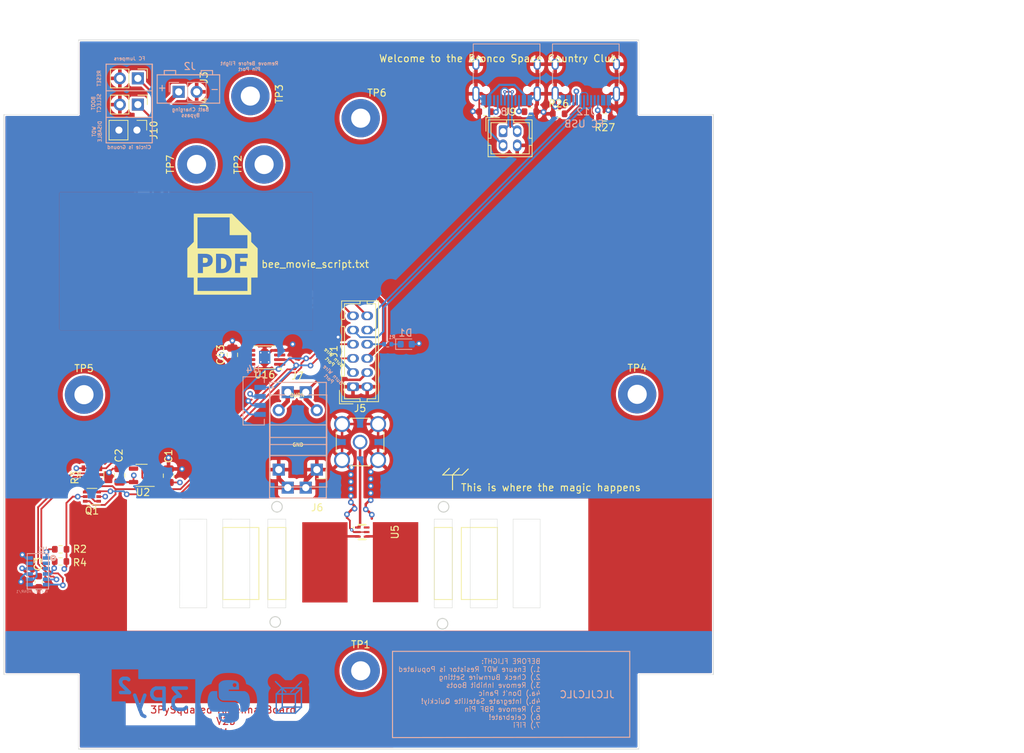
<source format=kicad_pcb>
(kicad_pcb (version 20241229) (generator "pcbnew") (generator_version "9.0")
  (layers (0 "F.Cu" signal) (4 "In1.Cu" signal) (6 "In2.Cu" signal) (2 "B.Cu" signal) (13 "F.Paste" user) (15 "B.Paste" user) (5 "F.SilkS" user "F.Silkscreen") (7 "B.SilkS" user "B.Silkscreen") (1 "F.Mask" user) (3 "B.Mask" user) (25 "Edge.Cuts" user))
  (net 0 "")
  (net 1 "GND")
  (net 2 "+3V3")
  (net 3 "Net-(J6-tape_1)")
  (net 4 "Net-(J6-tape_2)")
  (net 5 "Dir_Chrg_In")
  (net 6 "BURN")
  (net 7 "2.8V")
  (net 8 "Net-(D1-A)")
  (net 9 "/SCL_3V")
  (net 10 "/GPIO")
  (net 11 "/XSHUT_2.8V")
  (net 17 "~{FC_RESET}")
  (net 18 "Net-(J5-In)")
  (net 19 "FC_USBBOOT")
  (net 20 "USB_D-")
  (net 21 "/SDA_3V")
  (net 22 "SDA0")
  (net 23 "USB_D+")
  (net 24 "SCL0")
  (net 26 "Net-(J12-CC2)")
  (net 32 "Net-(J12-CC1)")
  (net 42 "Net-(J8-CC1)")
  (net 43 "/Payload_D-")
  (net 44 "Net-(J8-CC2)")
  (net 46 "/Payload_D+")
  (net 48 "/Payload_VBUS")
  (net 49 "WDT_DISABLE")
  (footprint "Resistor_SMD:R_0603_1608Metric" (layer "F.Cu") (at 123.5208 135.7694)
    (property "Reference" "R4")
    (property "Value" "10K")
  )
  (footprint "Antenna_board:Burn_Wire" (layer "F.Cu") (at 157.7858 105.3069)
    (property "Reference" "J7")
    (property "Value" "~")
  )
  (footprint "Connector_PinHeader_2.54mm:PinHeader_1x02_P2.54mm_Vertical" (layer "F.Cu") (at 134.4208 67.6194 -90)
    (property "Reference" "J3")
    (property "Value" "FC Reset Jumper")
  )
  (footprint "Resistor_SMD:R_0603_1608Metric" (layer "F.Cu") (at 193.7458 72.6194)
    (property "Reference" "R26")
    (property "Value" "5.1k")
  )
  (footprint "MountingHole:MountingHole_2.7mm_M2.5_Pad" (layer "F.Cu") (at 150.2758 70.1194 90)
    (property "Reference" "TP3")
    (property "Value" "TestPoint")
  )
  (footprint "Capacitor_SMD:C_0805_2012Metric" (layer "F.Cu") (at 131.8458 123.6194 90)
    (property "Reference" "C2")
    (property "Value" "10uF")
  )
  (footprint "Connector_Hirose:Hirose_DF11-12DP-2DSA_2x06_P2.00mm_Vertical" (layer "F.Cu") (at 164.7458 111.1194 90)
    (property "Reference" "J1")
    (property "Value" "DEBUG")
  )
  (footprint "Capacitor_SMD:C_0805_2012Metric" (layer "F.Cu") (at 138.7458 123.6694 90)
    (property "Reference" "C1")
    (property "Value" "10uF")
  )
  (footprint "Resistor_SMD:R_0603_1608Metric" (layer "F.Cu") (at 200.2458 73.1194 180)
    (property "Reference" "R27")
    (property "Value" "5.1k")
  )
  (footprint "Capacitor_SMD:C_0805_2012Metric" (layer "F.Cu") (at 147.7458 106.6194 90)
    (property "Reference" "C43")
    (property "Value" "1uF")
  )
  (footprint "Connector_PinHeader_2.54mm:PinHeader_1x02_P2.54mm_Vertical" (layer "F.Cu") (at 134.2858 74.9194 -90)
    (property "Reference" "J10")
    (property "Value" "WDT Disable Jumper")
  )
  (footprint "easyeda2kicad:XFMR-SMD_HHM1591D1" (layer "F.Cu") (at 166.0458 131.6194 -90)
    (property "Reference" "U5")
    (property "Value" "HHM1591D1")
  )
  (footprint "MountingHole:MountingHole_2.7mm_M2.5_Pad" (layer "F.Cu") (at 142.693713 79.756113 90)
    (property "Reference" "TP7")
    (property "Value" "TestPoint")
  )
  (footprint "Antenna_board:Tape_Measure_Antenna" (layer "F.Cu") (at 165.7858 127.0494)
    (property "Reference" "J6")
    (property "Value" "~")
    (fp_line (start -25.4804 15.2476) (end -21.6562 15.2476) (stroke (width 0.05)) (layer "Edge.Cuts"))
    (fp_line (start -25.4662 2.7476) (end -25.4804 15.2476) (stroke (width 0.05)) (layer "Edge.Cuts"))
    (fp_line (start -21.6562 2.7524) (end -25.4662 2.7476) (stroke (width 0.05)) (layer "Edge.Cuts"))
    (fp_line (start -21.6562 15.2476) (end -21.6562 2.7524) (stroke (width 0.05)) (layer "Edge.Cuts"))
    (fp_line (start -19.4062 15.25) (end -15.582 15.25) (stroke (width 0.05)) (layer "Edge.Cuts"))
    (fp_line (start -19.392 2.75) (end -19.4062 15.25) (stroke (width 0.05)) (layer "Edge.Cuts"))
    (fp_line (start -15.582 2.7548) (end -19.392 2.75) (stroke (width 0.05)) (layer "Edge.Cuts"))
    (fp_line (start -15.582 15.25) (end -15.582 2.7548) (stroke (width 0.05)) (layer "Edge.Cuts"))
    (fp_line (start -13.042 2.75) (end -10.502 2.75) (stroke (width 0.05)) (layer "Edge.Cuts"))
    (fp_line (start -13.042 15.25) (end -13.042 2.75) (stroke (width 0.05)) (layer "Edge.Cuts"))
    (fp_line (start -10.502 2.75) (end -10.502 15.25) (stroke (width 0.05)) (layer "Edge.Cuts"))
    (fp_line (start -10.502 15.25) (end -13.042 15.25) (stroke (width 0.05)) (layer "Edge.Cuts"))
    (fp_line (start 10.42 2.75) (end 10.42 15.25) (stroke (width 0.05)) (layer "Edge.Cuts"))
    (fp_line (start 10.42 15.25) (end 12.96 15.25) (stroke (width 0.05)) (layer "Edge.Cuts"))
    (fp_line (start 12.96 2.75) (end 10.42 2.75) (stroke (width 0.05)) (layer "Edge.Cuts"))
    (fp_line (start 12.96 15.25) (end 12.96 2.75) (stroke (width 0.05)) (layer "Edge.Cuts"))
    (fp_line (start 15.5 2.75) (end 15.5 15.25) (stroke (width 0.05)) (layer "Edge.Cuts"))
    (fp_line (start 15.5 15.25) (end 19.31 15.25) (stroke (width 0.05)) (layer "Edge.Cuts"))
    (fp_line (start 19.31 2.75) (end 15.5 2.75) (stroke (width 0.05)) (layer "Edge.Cuts"))
    (fp_line (start 19.31 15.25) (end 19.31 2.75) (stroke (width 0.05)) (layer "Edge.Cuts"))
    (fp_line (start 21.5258 2.75) (end 21.5258 15.25) (stroke (width 0.05)) (layer "Edge.Cuts"))
    (fp_line (start 21.5258 15.25) (end 25.3358 15.25) (stroke (width 0.05)) (layer "Edge.Cuts"))
    (fp_line (start 25.3358 2.75) (end 21.5258 2.75) (stroke (width 0.05)) (layer "Edge.Cuts"))
    (fp_line (start 25.3358 15.25) (end 25.3358 2.75) (stroke (width 0.05)) (layer "Edge.Cuts"))
    (fp_circle (center -12 17.25) (end -12.75 17.25) (stroke (width 0.15)) (fill no) (layer "Edge.Cuts"))
    (fp_circle (center -11.7562 1) (end -11.0062 1) (stroke (width 0.15)) (fill no) (layer "Edge.Cuts"))
    (fp_circle (center 11.5758 17.5) (end 12.3258 17.5) (stroke (width 0.15)) (fill no) (layer "Edge.Cuts"))
    (fp_circle (center 11.7258 1) (end 12.4758 1) (stroke (width 0.15)) (fill no) (layer "Edge.Cuts"))
  )
  (footprint "MountingHole:MountingHole_2.7mm_M2.5_Pad" (layer "F.Cu") (at 152.2158 79.7694 90)
    (property "Reference" "TP2")
    (property "Value" "TestPoint")
  )
  (footprint "MountingHole:MountingHole_2.7mm_M2.5_Pad" (layer "F.Cu") (at 126.8258 112.2394)
    (property "Reference" "TP5")
    (property "Value" "TestPoint")
  )
  (footprint "MountingHole:MountingHole_2.7mm_M2.5_Pad" (layer "F.Cu") (at 165.8358 73.2394)
    (property "Reference" "TP6")
    (property "Value" "TestPoint")
  )
  (footprint "Package_TO_SOT_SMD:SOT-23-5" (layer "F.Cu") (at 134.9458 123.6194 180)
    (property "Reference" "U2")
    (property "Value" "LP5907-2.8V")
  )
  (footprint "Resistor_SMD:R_0603_1608Metric" (layer "F.Cu") (at 189.7458 72.3194 180)
    (property "Reference" "R6" (hide yes))
    (property "Value" "5.1k")
  )
  (footprint "LOGO" (layer "F.Cu") (at 146.3458 92.4194)
    (property "Reference" "G***" (hide yes))
    (property "Value" "LOGO" (hide yes))
  )
  (footprint "MountingHole:MountingHole_2.7mm_M2.5_Pad" (layer "F.Cu") (at 165.8358 151.1894)
    (property "Reference" "TP1")
    (property "Value" "TestPoint")
  )
  (footprint "MountingHole:MountingHole_2.7mm_M2.5_Pad" (layer "F.Cu") (at 204.8058 112.1894)
    (property "Reference" "TP4")
    (property "Value" "TestPoint")
  )
  (footprint "Resistor_SMD:R_0603_1608Metric" (layer "F.Cu") (at 123.5358 134.0494)
    (property "Reference" "R2")
    (property "Value" "10K")
  )
  (footprint "Capacitor_SMD:C_0603_1608Metric" (layer "F.Cu") (at 120.4458 138.6194 -90)
    (property "Reference" "C3")
    (property "Value" "0.1uF")
  )
  (footprint "Connector_Coaxial:SMA_Amphenol_901-144_Vertical" (layer "F.Cu") (at 165.7458 118.9194)
    (property "Reference" "J5")
    (property "Value" "Conn_Coaxial")
  )
  (footprint "Connector_Hirose:Hirose_DF11-4DP-2DSA_2x02_P2.00mm_Vertical" (layer "F.Cu") (at 185.8958 75.0694)
    (property "Reference" "J9")
    (property "Value" "Conn_02x02_Odd_Even")
  )
  (footprint "Resistor_SMD:R_0603_1608Metric" (layer "F.Cu") (at 183.3708 72.3194)
    (property "Reference" "R5" (hide yes))
    (property "Value" "5.1k")
  )
  (footprint "Package_TO_SOT_SMD:SOT-363_SC-70-6" (layer "F.Cu") (at 127.9458 126.6194 180)
    (property "Reference" "Q1")
    (property "Value" "BSS138")
  )
  (footprint "Resistor_SMD:R_Array_Convex_4x0603" (layer "F.Cu") (at 127.9458 123.5194 -90)
    (property "Reference" "R3")
    (property "Value" "10K")
  )
  (footprint "LOGO" (layer "F.Cu") (at 244.6458 63.3194)
    (property "Reference" "G***" (hide yes))
    (property "Value" "LOGO" (hide yes))
  )
  (footprint "LOGO" (layer "F.Cu") (at 186.937277 157.595673)
    (property "Reference" "G***" (hide yes))
    (property "Value" "LOGO" (hide yes))
  )
  (footprint "Package_SO:MSOP-8-1EP_3x3mm_P0.65mm_EP1.5x1.8mm_ThermalVias" (layer "F.Cu") (at 152.2958 106.9694 180)
    (property "Reference" "U16")
    (property "Value" "MCP9808T-E/MS")
  )
  (footprint "Connector_PinHeader_2.54mm:PinHeader_1x02_P2.54mm_Vertical" (layer "F.Cu") (at 134.4208 71.3194 -90)
    (property "Reference" "J4")
    (property "Value" "FC USB Bootselect Jumper")
  )
  (footprint "LOGO" (layer "B.Cu") (at 127.7458 99.2694 180)
    (property "Reference" "G***" (hide yes))
    (property "Value" "LOGO" (hide yes))
  )
  (footprint "LOGO" (layer "B.Cu") (at 151.4458 120.8194 180)
    (property "Reference" "G***" (hide yes))
    (property "Value" "LOGO" (hide yes))
  )
  (footprint "LOGO" (layer "B.Cu") (at 134.3458 94.9694 180)
    (property "Reference" "G***" (hide yes))
    (property "Value" "LOGO" (hide yes))
  )
  (footprint "LOGO" (layer "B.Cu") (at 140.0458 98.9694 180)
    (property "Reference" "G***" (hide yes))
    (property "Value" "LOGO" (hide yes))
  )
  (footprint "VEML7700-TT:XDCR_VEML7700-TT" (layer "B.Cu") (at 150.7458 113.1194 180)
    (property "Reference" "U4")
    (property "Value" "VEML7700")
  )
  (footprint "LED_SMD:LED_0603_1608Metric" (layer "B.Cu") (at 172.2458 105.1194)
    (property "Reference" "D1")
    (property "Value" "Blue")
  )
  (footprint "Connector_PinHeader_2.54mm:PinHeader_1x02_P2.54mm_Vertical" (layer "B.Cu") (at 140.1708 69.5194 -90)
    (property "Reference" "J2")
    (property "Value" "Battery Charge Bypass")
  )
  (footprint "Connector_USB:USB_C_Receptacle_HRO_TYPE-C-31-M-12" (layer "B.Cu") (at 197.5658 66.6694)
    (property "Reference" "J12")
    (property "Value" "USB_C_Receptacle_USB2.0_16P")
  )
  (footprint "LOGO" (layer "B.Cu") (at 139.863512 89.335746 180)
    (property "Reference" "G***" (hide yes))
    (property "Value" "LOGO" (hide yes))
  )
  (footprint "LOGO" (layer "B.Cu") (at 151.42669 120.832264 180)
    (property "Reference" "G***" (hide yes))
    (property "Value" "LOGO" (hide yes))
  )
  (footprint "LOGO" (layer "B.Cu") (at 128.365944 90.362311 180)
    (property "Reference" "G***" (hide yes))
    (property "Value" "LOGO" (hide yes))
  )
  (footprint "LOGO" (layer "B.Cu") (at 147.2458 156.1194 180)
    (property "Reference" "G***" (hide yes))
    (property "Value" "LOGO" (hide yes))
  )
  (footprint "LOGO" (layer "B.Cu") (at 151.0708 93.9944 180)
    (property "Reference" "G***" (hide yes))
    (property "Value" "LOGO" (hide yes))
  )
  (footprint "LOGO" (layer "B.Cu") (at 147.2458 156.1194 180)
    (property "Reference" "G***" (hide yes))
    (property "Value" "LOGO" (hide yes))
  )
  (footprint "Connector_USB:USB_C_Receptacle_HRO_TYPE-C-31-M-12" (layer "B.Cu") (at 186.3958 66.6694)
    (property "Reference" "J8")
    (property "Value" "USB_C_Receptacle_USB2.0_16P")
  )
  (footprint "Adafruit VL6180 Time of Flight Sensor:VL6180" (layer "B.Cu") (at 120.3258 137.1544 180)
    (property "Reference" "U1")
    (property "Value" "VL6180XV0NR/1")
  )
  (footprint "LOGO" (layer "B.Cu") (at 192.8958 116.3194 180)
    (property "Reference" "G***" (hide yes))
    (property "Value" "LOGO" (hide yes))
  )
  (footprint "LOGO" (layer "B.Cu") (at 186.58308 95.0194 180)
    (property "Reference" "G***" (hide yes))
    (property "Value" "LOGO" (hide yes))
  )
  (footprint "Resistor_SMD:R_0402_1005Metric" (layer "B.Cu") (at 169.645799 105.1194)
    (property "Reference" "R1")
    (property "Value" "10k")
  )
  (footprint "LOGO" (layer "B.Cu") (at 179.280099 116.528657 180)
    (property "Reference" "G***" (hide yes))
    (property "Value" "LOGO" (hide yes))
  )
  (gr_line (start 154.7758 156.3094) (end 157.4758 156.3094) (stroke (width 0.2)) (layer "B.Cu"))
  (gr_line (start 156.6258 154.4594) (end 157.4758 153.6094) (stroke (width 0.2)) (layer "B.Cu"))
  (gr_line (start 153.9258 154.4594) (end 154.7758 153.6094) (stroke (width 0.2)) (layer "B.Cu"))
  (gr_line (start 157.4558 152.7194) (end 155.9758 154.1994) (stroke (width 0.2)) (layer "B.Cu"))
  (gr_line (start 154.7758 153.6094) (end 154.7758 156.3094) (stroke (width 0.2)) (layer "B.Cu"))
  (gr_line (start 157.4758 156.3094) (end 156.6258 157.1594) (stroke (width 0.2)) (layer "B.Cu"))
  (gr_line (start 153.9258 154.4594) (end 153.9258 157.1594) (stroke (width 0.2)) (layer "B.Cu"))
  (gr_line (start 156.6258 154.4594) (end 153.9258 154.4594) (stroke (width 0.2)) (layer "B.Cu"))
  (gr_line (start 157.4758 153.6094) (end 157.4758 156.3094) (stroke (width 0.2)) (layer "B.Cu"))
  (gr_line (start 153.9258 157.1594) (end 154.7758 156.3094) (stroke (width 0.2)) (layer "B.Cu"))
  (gr_line (start 153.9258 157.1594) (end 156.6258 157.1594) (stroke (width 0.2)) (layer "B.Cu"))
  (gr_line (start 157.4758 153.6094) (end 154.7758 153.6094) (stroke (width 0.2)) (layer "B.Cu"))
  (gr_line (start 156.6258 157.1594) (end 156.6258 154.4594) (stroke (width 0.2)) (layer "B.Cu"))
  (gr_line (start 153.8258 152.7094) (end 155.2958 154.1794) (stroke (width 0.2)) (layer "B.Cu"))
  (gr_line (start 178.7758 125.6544) (end 178.7758 123.5644) (stroke (width 0.15)) (layer "F.SilkS"))
  (gr_line (start 177.3958 123.5644) (end 178.3258 122.6344) (stroke (width 0.15)) (layer "F.SilkS"))
  (gr_line (start 178.7758 123.5644) (end 179.7058 122.6344) (stroke (width 0.15)) (layer "F.SilkS"))
  (gr_line (start 178.7758 123.5644) (end 180.1358 123.5644) (stroke (width 0.15)) (layer "F.SilkS"))
  (gr_line (start 180.1458 123.5644) (end 180.9858 122.7244) (stroke (width 0.15)) (layer "F.SilkS"))
  (gr_line (start 178.7758 123.5644) (end 177.3958 123.5644) (stroke (width 0.15)) (layer "F.SilkS"))
  (gr_line (start 153.0458 118.2694) (end 153.0458 119.2694) (stroke (width 0.15)) (layer "B.SilkS"))
  (gr_line (start 129.9458 73.1194) (end 136.4458 73.1194) (stroke (width 0.15)) (layer "B.SilkS"))
  (gr_line (start 136.4458 76.7194) (end 136.4458 65.6194) (stroke (width 0.15)) (layer "B.SilkS"))
  (gr_line (start 136.4458 65.6194) (end 136.4458 73.1194) (stroke (width 0.15)) (layer "B.SilkS"))
  (gr_line (start 170.31595 148.446095) (end 170.31595 160.606095) (stroke (width 0.15)) (layer "B.SilkS"))
  (gr_line (start 144.9458 66.5194) (end 143.3458 66.5194) (stroke (width 0.15)) (layer "B.SilkS"))
  (gr_line (start 144.9458 67.1194) (end 144.9458 66.5194) (stroke (width 0.15)) (layer "B.SilkS"))
  (gr_line (start 143.3458 66.5194) (end 143.3458 67.1194) (stroke (width 0.15)) (layer "B.SilkS"))
  (gr_line (start 138.1458 66.5194) (end 139.7458 66.5194) (stroke (width 0.15)) (layer "B.SilkS"))
  (gr_line (start 139.7458 66.5194) (end 139.7458 67.1194) (stroke (width 0.15)) (layer "B.SilkS"))
  (gr_line (start 129.9458 69.3694) (end 136.4458 69.3694) (stroke (width 0.15)) (layer "B.SilkS"))
  (gr_line (start 161.0458 112.2694) (end 161.0458 125.2694) (stroke (width 0.15)) (layer "B.SilkS"))
  (gr_line (start 161.0458 118.2694) (end 153.0458 118.2694) (stroke (width 0.15)) (layer "B.SilkS"))
  (gr_line (start 143.3458 67.1194) (end 138.1458 67.1194) (stroke (width 0.15)) (layer "B.SilkS"))
  (gr_line (start 161.0458 125.2694) (end 153.0458 125.2694) (stroke (width 0.15)) (layer "B.SilkS"))
  (gr_line (start 136.4458 65.6194) (end 129.9458 65.6194) (stroke (width 0.15)) (layer "B.SilkS"))
  (gr_line (start 153.0458 125.2694) (end 153.0458 112.2694) (stroke (width 0.15)) (layer "B.SilkS"))
  (gr_line (start 129.9458 76.7194) (end 136.4458 76.7194) (stroke (width 0.15)) (layer "B.SilkS"))
  (gr_line (start 153.0458 112.2694) (end 161.0458 112.2694) (stroke (width 0.15)) (layer "B.SilkS"))
  (gr_line (start 138.1458 67.1194) (end 138.1458 66.5194) (stroke (width 0.15)) (layer "B.SilkS"))
  (gr_line (start 170.31595 148.446095) (end 203.75595 148.456095) (stroke (width 0.15)) (layer "B.SilkS"))
  (gr_line (start 203.75595 148.456095) (end 203.75595 160.548576) (stroke (width 0.15)) (layer "B.SilkS"))
  (gr_line (start 170.31595 160.606095) (end 203.75595 160.558576) (stroke (width 0.15)) (layer "B.SilkS"))
  (gr_line (start 153.0458 119.2694) (end 161.0458 119.2694) (stroke (width 0.15)) (layer "B.SilkS"))
  (gr_line (start 129.9458 65.6194) (end 129.9458 76.7194) (stroke (width 0.15)) (layer "B.SilkS"))
  (gr_line (start 145.9458 71.1194) (end 145.9458 67.1194) (stroke (width 0.15)) (layer "B.SilkS"))
  (gr_line (start 137.1458 67.1194) (end 137.1458 71.1194) (stroke (width 0.15)) (layer "B.SilkS"))
  (gr_line (start 145.9458 67.1194) (end 137.1458 67.1194) (stroke (width 0.15)) (layer "B.SilkS"))
  (gr_line (start 137.1458 71.1194) (end 145.9458 71.1194) (stroke (width 0.15)) (layer "B.SilkS"))
  (gr_line (start 126.0462 62.2172) (end 140.6458 62.2172) (stroke (width 0.1)) (layer "Edge.Cuts"))
  (gr_line (start 126.0462 162.2172) (end 126.0462 151.7172) (stroke (width 0.05)) (layer "Edge.Cuts"))
  (gr_line (start 205.0462 62.2172) (end 205.0462 72.7172) (stroke (width 0.05)) (layer "Edge.Cuts"))
  (gr_line (start 205.0462 162.2172) (end 126.0462 162.2172) (stroke (width 0.1)) (layer "Edge.Cuts"))
  (gr_line (start 126.0462 72.7172) (end 126.0462 62.2172) (stroke (width 0.05)) (layer "Edge.Cuts"))
  (gr_line (start 215.5462 151.7172) (end 205.0462 151.7172) (stroke (width 0.05)) (layer "Edge.Cuts"))
  (gr_line (start 205.0462 72.7172) (end 215.5462 72.7172) (stroke (width 0.05)) (layer "Edge.Cuts"))
  (gr_line (start 126.0462 151.7172) (end 115.5462 151.7172) (stroke (width 0.05)) (layer "Edge.Cuts"))
  (gr_line (start 205.0462 62.2172) (end 151.8458 62.2172) (stroke (width 0.1)) (layer "Edge.Cuts"))
  (gr_line (start 215.5462 72.7172) (end 215.5462 151.7172) (stroke (width 0.1)) (layer "Edge.Cuts"))
  (gr_line (start 205.0462 151.7172) (end 205.0462 162.2172) (stroke (width 0.05)) (layer "Edge.Cuts"))
  (gr_line (start 115.5462 72.7172) (end 115.5462 151.7172) (stroke (width 0.1)) (layer "Edge.Cuts"))
  (gr_line (start 140.6383 62.2194) (end 151.8458 62.2172) (stroke (width 0.1)) (layer "Edge.Cuts"))
  (gr_line (start 115.5462 72.7172) (end 126.0462 72.7172) (stroke (width 0.05)) (layer "Edge.Cuts"))
  (gr_text "3PySquared Antenna Board \nV2b\nMichael Pham | Nicole Maggard | Ernesto Montes\n" (at 146.8258 158.2994 0) (layer "F.Cu") (effects (font (size 1 1))))
  (gr_text "2" (at 132.5558 153.3494 0) (layer "B.Cu") (effects (font (size 2 2) (thickness 0.5)) (justify mirror)))
  (gr_text "3Py" (at 137.610184 155.263934 0) (layer "B.Cu") (effects (font (size 3 3) (thickness 0.5)) (justify mirror)))
  (gr_text "Welcome to the Bronco Space Country Club" (at 185.1958 64.8194 0) (layer "F.SilkS") (effects (font (size 1 1))))
  (gr_text "bee_movie_script.txt" (at 151.7458 94.4194 0) (layer "F.SilkS") (effects (font (size 1 1)) (justify left bottom)))
  (gr_text "This is where the magic happens" (at 192.6458 125.3394 0) (layer "F.SilkS") (effects (font (size 1 1))))
  (gr_text "JLCJLCJLC" (at 197.7458 155.1194 0) (layer "B.SilkS") (effects (font (size 1 1)) (justify bottom mirror)))
  (gr_text "Remove Before Flight\nPin Port" (at 150.1458 65.9194 0) (layer "B.SilkS") (effects (font (size 0.5 0.5) (thickness 0.1)) (justify mirror)))
  (gr_text "BEFORE FLIGHT:\n1.) Ensure WDT Resistor is Populated\n2.) Check Burnwire Setting\n3.) Remove Inhibit Boots\n4a.) Don't Panic\n4b.) Integrate Satellite Quickly!\n5.) Remove RBF Pin\n6.) Celebrate! \n7.) FiFi" (at 191.2458 154.356095 0) (layer "B.SilkS") (effects (font (size 0.7 0.7) (thickness 0.1)) (justify left mirror)))
  (gr_text "-" (at 145.2458 69.1194 0) (layer "B.SilkS") (effects (font (size 1 1)) (justify mirror)))
  (gr_text "BOOT\nSELECT" (at 129.2458 71.1194 90) (layer "B.SilkS") (effects (font (size 0.5 0.5) (thickness 0.1) (bold yes)) (justify bottom mirror)))
  (gr_text "Batt Charging\nBypass" (at 141.8458 72.4194 0) (layer "B.SilkS") (effects (font (size 0.5 0.5) (thickness 0.1)) (justify mirror)))
  (gr_text "FC Jumpers" (at 133.2458 65.1194 0) (layer "B.SilkS") (effects (font (size 0.5 0.5) (thickness 0.1) (bold yes)) (justify bottom mirror)))
  (gr_text "+\n" (at 137.8458 68.9194 0) (layer "B.SilkS") (effects (font (size 1 1)) (justify mirror)))
  (gr_text "RESET" (at 129.2458 67.6194 90) (layer "B.SilkS") (effects (font (size 0.5 0.5) (thickness 0.1) (bold yes)) (justify bottom mirror)))
  (gr_text "Circle is Ground" (at 133.1958 77.6194 0) (layer "B.SilkS") (effects (font (size 0.5 0.5) (thickness 0.1) (bold yes)) (justify bottom mirror)))
  (gr_text "Burn Wire\nPort" (at 161.6458 109.7194 315) (layer "B.SilkS") (effects (font (size 0.5 0.5) (thickness 0.1)) (justify mirror)))
  (gr_text "FC USB" (at 200.2458 74.6194 0) (layer "B.SilkS") (effects (font (size 1 1)) (justify left bottom mirror)))
  (gr_text "WDT\nDISABLE" (at 129.3458 75.1194 90) (layer "B.SilkS") (effects (font (size 0.5 0.5) (thickness 0.1) (bold yes)) (justify bottom mirror)))
  (segment (start 164.3068 130.004414) (end 163.8958 129.593414) (width 0.254) (layer "F.Cu") (net 1))
  (segment (start 201.0708 73.1194) (end 201.0708 72.4444) (width 0.381) (layer "F.Cu") (net 1))
  (segment (start 130.901194 122.669401) (end 130.347958 123.222637) (width 0.25) (layer "F.Cu") (net 1))
  (segment (start 167.2458 122.4994) (end 168.2858 121.4594) (width 0.34925) (layer "F.Cu") (net 1))
  (segment (start 164.4458 127.4194) (end 164.4458 126.5194) (width 0.34925) (layer "F.Cu") (net 1))
  (segment (start 163.2058 121.4594) (end 163.2058 116.3794) (width 0.34925) (layer "F.Cu") (net 1))
  (segment (start 181.6958 72.3194) (end 182.5458 72.3194) (width 0.25) (layer "F.Cu") (net 1))
  (segment (start 164.2658 122.5194) (end 163.2058 121.4594) (width 0.34925) (layer "F.Cu") (net 1))
  (segment (start 138.7458 122.7194) (end 138.7458 121.1194) (width 0.381) (layer "F.Cu") (net 1))
  (segment (start 164.971175 127.944775) (end 164.4458 127.4194) (width 0.34925) (layer "F.Cu") (net 1))
  (segment (start 164.5578 131.3074) (end 164.3068 131.0564) (width 0.254) (layer "F.Cu") (net 1))
  (segment (start 163.2058 116.3794) (end 168.2858 116.3794) (width 0.34925) (layer "F.Cu") (net 1))
  (segment (start 166.6658 131.6194) (end 165.4258 131.6194) (width 0.1524) (layer "F.Cu") (net 1))
  (segment (start 155.5458 125.3519) (end 158.0858 125.3519) (width 0.635) (layer "F.Cu") (net 1))
  (segment (start 164.4458 122.6194) (end 164.5458 122.5194) (width 0.34925) (layer "F.Cu") (net 1))
  (segment (start 166.6458 128.4194) (end 167.3958 129.1694) (width 0.34925) (layer "F.Cu") (net 1))
  (segment (start 166.5458 128.4194) (end 166.3958 128.5694) (width 0.34925) (layer "F.Cu") (net 1))
  (segment (start 166.5458 128.4194) (end 166.6458 128.4194) (width 0.34925) (layer "F.Cu") (net 1))
  (segment (start 131.8458 122.669401) (end 130.901194 122.669401) (width 0.25) (layer "F.Cu") (net 1))
  (segment (start 192.9208 71.9444) (end 193.2458 71.6194) (width 0.1524) (layer "F.Cu") (net 1))
  (segment (start 200.7458 72.1194) (end 200.7458 70.9394) (width 0.1524) (layer "F.Cu") (net 1))
  (segment (start 191.5458 72.3194) (end 191.5958 72.3694) (width 0.25) (layer "F.Cu") (net 1))
  (segment (start 164.4458 123.5194) (end 164.4458 122.6194) (width 0.34925) (layer "F.Cu") (net 1))
  (segment (start 164.971175 128.3194) (end 164.6958 128.3194) (width 0.34925) (layer "F.Cu") (net 1))
  (segment (start 164.5458 122.5194) (end 164.2658 122.5194) (width 0.34925) (layer "F.Cu") (net 1))
  (segment (start 168.2858 116.3794) (end 168.2858 121.4594) (width 0.34925) (layer "F.Cu") (net 1))
  (segment (start 167.2458 123.1194) (end 167.2458 126.6194) (width 0.34925) (layer "F.Cu") (net 1))
  (segment (start 192.9208 72.6194) (end 192.9208 71.9444) (width 0.1524) (layer "F.Cu") (net 1))
  (segment (start 164.4458 124.5194) (end 164.4458 123.5194) (width 0.34925) (layer "F.Cu") (net 1))
  (segment (start 164.4458 126.5194) (end 164.4458 125.5194) (width 0.34925) (layer "F.Cu") (net 1))
  (segment (start 164.4458 125.5194) (end 164.4458 124.5194) (width 0.34925) (layer "F.Cu") (net 1))
  (segment (start 164.971175 128.3194) (end 164.971175 127.944775) (width 0.34925) (layer "F.Cu") (net 1))
  (segment (start 182.5458 72.3194) (end 182.5458 70.2694) (width 0.25) (layer "F.Cu") (net 1))
  (segment (start 138.7458 122.7194) (end 140.6458 122.7194) (width 0.381) (layer "F.Cu") (net 1))
  (segment (start 154.2758 122.8119) (end 154.2758 124.0819) (width 0.635) (layer "F.Cu") (net 1))
  (segment (start 200.7458 70.9394) (end 201.8858 69.7994) (width 0.1524) (layer "F.Cu") (net 1))
  (segment (start 166.5458 127.6694) (end 166.5458 128.4194) (width 0.34925) (layer "F.Cu") (net 1))
  (segment (start 164.6958 128.3194) (end 163.8958 129.1194) (width 0.34925) (layer "F.Cu") (net 1))
  (segment (start 164.8698 131.6194) (end 164.5578 131.3074) (width 0.254) (layer "F.Cu") (net 1))
  (segment (start 147.7458 105.669401) (end 147.7458 104.6194) (width 0.381) (layer "F.Cu") (net 1))
  (segment (start 167.2458 123.1194) (end 167.2458 122.4994) (width 0.34925) (layer "F.Cu") (net 1))
  (segment (start 181.6458 72.2694) (end 181.6958 72.3194) (width 0.25) (layer "F.Cu") (net 1))
  (segment (start 149.858301 105.669401) (end 150.1833 105.9944) (width 0.381) (layer "F.Cu") (net 1))
  (segment (start 158.0858 125.3519) (end 158.0858 124.3719) (width 0.635) (layer "F.Cu") (net 1))
  (segment (start 155.3708 105.9944) (end 156.2458 105.1194) (width 0.381) (layer "F.Cu") (net 1))
  (segment (start 154.4083 105.9944) (end 155.3708 105.9944) (width 0.381) (layer "F.Cu") (net 1))
  (segment (start 165.4258 131.6194) (end 164.8698 131.6194) (width 0.254) (layer "F.Cu") (net 1))
  (segment (start 182.5458 70.2694) (end 182.0758 69.7994) (width 0.25) (layer "F.Cu") (net 1))
  (segment (start 154.4083 105.9944) (end 153.2708 105.9944) (width 0.381) (layer "F.Cu") (net 1))
  (segment (start 167.3958 129.7194) (end 167.3958 129.1694) (width 0.34925) (layer "F.Cu") (net 1))
  (segment (start 118.710655 139.3944) (end 117.9458 138.629545) (width 0.381) (layer "F.Cu") (net 1))
  (segment (start 190.5708 72.3194) (end 191.5458 72.3194) (width 0.25) (layer "F.Cu") (net 1))
  (segment (start 147.7458 105.669401) (end 149.858301 105.669401) (width 0.381) (layer "F.Cu") (net 1))
  (segment (start 164.971175 128.3194) (end 165.0958 128.444025) (width 0.34925) (layer "F.Cu") (net 1))
  (segment (start 154.2758 124.0819) (end 155.5458 125.3519) (width 0.635) (layer "F.Cu") (net 1))
  (segment (start 153.2708 105.9944) (end 152.2958 106.9694) (width 0.381) (layer "F.Cu") (net 1))
  (segment (start 190.5708 72.3194) (end 190.5708 69.9444) (width 0.25) (layer "F.Cu") (net 1))
  (segment (start 190.5708 69.9444) (end 190.7158 69.7994) (width 0.25) (layer "F.Cu") (net 1))
  (segment (start 120.4458 139.3944) (end 118.710655 139.3944) (width 0.381) (layer "F.Cu") (net 1))
  (segment (start 164.3068 131.0564) (end 164.3068 130.004414) (width 0.254) (layer "F.Cu") (net 1))
  (segment (start 167.2458 126.6194) (end 167.2458 126.9694) (width 0.34925) (layer "F.Cu") (net 1))
  (segment (start 158.0858 124.3719) (end 159.6458 122.8119) (width 0.635) (layer "F.Cu") (net 1))
  (segment (start 150.1833 106.6444) (end 150.1833 105.9944) (width 0.381) (layer "F.Cu") (net 1))
  (segment (start 167.2458 126.9694) (end 166.5458 127.6694) (width 0.34925) (layer "F.Cu") (net 1))
  (segment (start 163.8958 129.1194) (end 163.8958 129.593414) (width 0.34925) (layer "F.Cu") (net 1))
  (segment (start 201.0708 72.4444) (end 200.7458 72.1194) (width 0.381) (layer "F.Cu") (net 1))
  (via (at 200.7458 72.1194) (size 0.8) (drill 0.4) (layers "F.Cu" "B.Cu") (net 1))
  (via (at 138.7458 121.1194) (size 0.8) (drill 0.4) (layers "F.Cu" "B.Cu") (net 1))
  (via (at 193.2458 71.6194) (size 0.8) (drill 0.4) (layers "F.Cu" "B.Cu") (net 1))
  (via (at 167.2458 127.1194) (size 0.8) (drill 0.4) (layers "F.Cu" "B.Cu") (net 1))
  (via (at 167.2458 123.1194) (size 0.8) (drill 0.4) (layers "F.Cu" "B.Cu") (net 1))
  (via (at 191.5958 72.3694) (size 0.8) (drill 0.4) (layers "F.Cu" "B.Cu") (net 1))
  (via (at 130.347958 123.222637) (size 0.8) (drill 0.4) (layers "F.Cu" "B.Cu") (net 1))
  (via (at 156.2458 105.1194) (size 0.8) (drill 0.4) (layers "F.Cu" "B.Cu") (net 1))
  (via (at 167.2458 126.1194) (size 0.8) (drill 0.4) (layers "F.Cu" "B.Cu") (net 1))
  (via (at 164.4458 125.5194) (size 0.8) (drill 0.4) (layers "F.Cu" "B.Cu") (net 1))
  (via (at 167.2458 124.1194) (size 0.8) (drill 0.4) (layers "F.Cu" "B.Cu") (net 1))
  (via (at 167.3958 129.1694) (size 0.8) (drill 0.4) (layers "F.Cu" "B.Cu") (net 1))
  (via (at 147.7458 104.6194) (size 0.8) (drill 0.4) (layers "F.Cu" "B.Cu") (net 1))
  (via (at 164.4458 123.5194) (size 0.8) (drill 0.4) (layers "F.Cu" "B.Cu") (net 1))
  (via (at 117.9458 138.629545) (size 0.8) (drill 0.4) (layers "F.Cu" "B.Cu") (net 1))
  (via (at 174.0458 105.0194) (size 0.8) (drill 0.4) (layers "F.Cu" "B.Cu") (net 1))
  (via (at 164.4458 124.5194) (size 0.8) (drill 0.4) (layers "F.Cu" "B.Cu") (net 1))
  (via (at 164.5458 122.5194) (size 0.8) (drill 0.4) (layers "F.Cu" "B.Cu") (net 1))
  (via (at 163.8958 129.1194) (size 0.8) (drill 0.4) (layers "F.Cu" "B.Cu") (net 1))
  (via (at 164.5578 131.3074) (size 0.46) (drill 0.2) (layers "F.Cu" "B.Cu") (net 1))
  (via (at 164.4458 126.5194) (size 0.8) (drill 0.4) (layers "F.Cu" "B.Cu") (net 1))
  (via (at 167.2458 125.1194) (size 0.8) (drill 0.4) (layers "F.Cu" "B.Cu") (net 1))
  (via (at 164.4458 127.4194) (size 0.8) (drill 0.4) (layers "F.Cu" "B.Cu") (net 1))
  (via (at 140.6458 122.7194) (size 0.8) (drill 0.4) (layers "F.Cu" "B.Cu") (net 1))
  (via (at 118.1458 134.8194) (size 0.8) (drill 0.4) (layers "F.Cu" "B.Cu") (net 1))
  (via (at 181.6458 72.2694) (size 0.8) (drill 0.4) (layers "F.Cu" "B.Cu") (net 1))
  (via (at 164.971175 128.3194) (size 0.8) (drill 0.4) (layers "F.Cu" "B.Cu") (net 1))
  (via (at 166.5458 128.4194) (size 0.8) (drill 0.4) (layers "F.Cu" "B.Cu") (net 1))
  (via (at 149.9708 113.1194) (size 0.8) (drill 0.4) (layers "F.Cu" "B.Cu") (net 1))
  (segment (start 118.4718 137.5294) (end 119.1258 137.5294) (width 0.254) (layer "B.Cu") (net 1))
  (segment (start 200.8158 70.7144) (end 200.9708 70.7144) (width 0.1524) (layer "B.Cu") (net 1))
  (segment (start 182.9908 70.7144) (end 182.0758 69.7994) (width 0.25) (layer "B.Cu") (net 1))
  (segment (start 189.6458 70.7144) (end 189.8008 70.7144) (width 0.25) (layer "B.Cu") (net 1))
  (segment (start 200.7458 70.7844) (end 200.8158 70.7144) (width 0.1524) (layer "B.Cu") (net 1))
  (segment (start 117.9458 138.0554) (end 118.4718 137.5294) (width 0.254) (layer "B.Cu") (net 1))
  (segment (start 194.3158 70.7144) (end 194.1608 70.7144) (width 0.1524) (layer "B.Cu") (net 1))
  (segment (start 117.9458 138.629545) (end 117.9458 138.0554) (width 0.254) (layer "B.Cu") (net 1))
  (segment (start 193.2458 71.6194) (end 193.2458 69.7994) (width 0.1524) (layer "B.Cu") (net 1))
  (segment (start 173.033301 105.1194) (end 173.945801 105.1194) (width 0.3) (layer "B.Cu") (net 1))
  (segment (start 173.945801 105.1194) (end 174.0458 105.0194) (width 0.3) (layer "B.Cu") (net 1))
  (segment (start 118.1458 134.8194) (end 118.6058 135.2794) (width 0.254) (layer "B.Cu") (net 1))
  (segment (start 118.6058 135.2794) (end 119.1258 135.2794) (width 0.254) (layer "B.Cu") (net 1))
  (segment (start 200.9708 70.7144) (end 201.8858 69.7994) (width 0.1524) (layer "B.Cu") (net 1))
  (segment (start 189.8008 70.7144) (end 190.7158 69.7994) (width 0.25) (layer "B.Cu") (net 1))
  (segment (start 149.9708 113.1194) (end 150.6058 113.7544) (width 0.254) (layer "B.Cu") (net 1))
  (segment (start 200.7458 72.1194) (end 200.7458 70.7844) (width 0.1524) (layer "B.Cu") (net 1))
  (segment (start 194.1608 70.7144) (end 193.2458 69.7994) (width 0.1524) (layer "B.Cu") (net 1))
  (segment (start 150.6058 113.7544) (end 151.6458 113.7544) (width 0.254) (layer "B.Cu") (net 1))
  (segment (start 183.1458 70.7144) (end 182.9908 70.7144) (width 0.25) (layer "B.Cu") (net 1))
  (segment (start 136.0833 124.569399) (end 138.695799 124.569399) (width 0.25) (layer "F.Cu") (net 2))
  (segment (start 135.694891 122.669401) (end 135.0458 123.318492) (width 0.25) (layer "F.Cu") (net 2))
  (segment (start 138.695799 124.569399) (end 138.7458 124.6194) (width 0.25) (layer "F.Cu") (net 2))
  (segment (start 148.120801 107.9444) (end 147.7458 107.569399) (width 0.381) (layer "F.Cu") (net 2))
  (segment (start 129.9458 122.6194) (end 129.1458 122.6194) (width 0.25) (layer "F.Cu") (net 2))
  (segment (start 135.694891 124.569399) (end 136.0833 124.569399) (width 0.25) (layer "F.Cu") (net 2))
  (segment (start 135.0458 123.318492) (end 135.0458 122.568493) (width 0.25) (layer "F.Cu") (net 2))
  (segment (start 134.321708 121.844401) (end 130.720799 121.844401) (width 0.25) (layer "F.Cu") (net 2))
  (segment (start 130.720799 121.844401) (end 129.9458 122.6194) (width 0.25) (layer "F.Cu") (net 2))
  (segment (start 150.1833 107.9444) (end 148.120801 107.9444) (width 0.381) (layer "F.Cu") (net 2))
  (segment (start 147.7458 107.569399) (end 147.195799 107.569399) (width 0.381) (layer "F.Cu") (net 2))
  (segment (start 135.0458 122.568493) (end 134.321708 121.844401) (width 0.25) (layer "F.Cu") (net 2))
  (segment (start 129.1458 122.6194) (end 128.3458 122.6194) (width 0.25) (layer "F.Cu") (net 2))
  (segment (start 135.0458 123.920308) (end 135.694891 124.569399) (width 0.25) (layer "F.Cu") (net 2))
  (segment (start 136.0833 122.669401) (end 135.694891 122.669401) (width 0.25) (layer "F.Cu") (net 2))
  (segment (start 135.0458 123.318492) (end 135.0458 123.920308) (width 0.25) (layer "F.Cu") (net 2))
  (segment (start 138.7458 124.6194) (end 140.3458 124.6194) (width 0.25) (layer "F.Cu") (net 2))
  (segment (start 147.195799 107.569399) (end 146.2458 106.6194) (width 0.381) (layer "F.Cu") (net 2))
  (segment (start 150.1833 107.2944) (end 150.1833 107.9444) (width 0.381) (layer "F.Cu") (net 2))
  (via (at 146.2458 106.6194) (size 0.8) (drill 0.4) (layers "F.Cu" "B.Cu") (net 2))
  (via (at 140.3458 124.6194) (size 0.8) (drill 0.4) (layers "F.Cu" "B.Cu") (net 2))
  (via (at 150.2458 112.1194) (size 0.8) (drill 0.4) (layers "F.Cu" "B.Cu") (net 2))
  (segment (start 151.6458 112.4844) (end 150.6108 112.4844) (width 0.254) (layer "B.Cu") (net 2))
  (segment (start 166.7458 105.1194) (end 169.1358 105.1194) (width 0.25) (layer "B.Cu") (net 2))
  (segment (start 150.6108 112.4844) (end 150.2458 112.1194) (width 0.254) (layer "B.Cu") (net 2))
  (segment (start 165.5658 132.2194) (end 160.8458 132.2194) (width 0.34925) (layer "F.Cu") (net 3))
  (segment (start 163.745801 131.269401) (end 163.7458 131.2694) (width 0.34925) (layer "F.Cu") (net 3))
  (segment (start 160.7838 135.581401) (end 160.7838 135.8894) (width 0.34925) (layer "F.Cu") (net 3))
  (segment (start 171.3058 132.2194) (end 166.5858 132.2194) (width 0.34925) (layer "F.Cu") (net 4))
  (segment (start 167.795799 131.269401) (end 167.7958 131.2694) (width 0.34925) (layer "F.Cu") (net 4))
  (segment (start 169.1458 104.719399) (end 166.7458 107.119399) (width 0.635) (layer "F.Cu") (net 5))
  (segment (start 140.1708 69.5194) (end 138.3458 71.3444) (width 0.635) (layer "F.Cu") (net 5))
  (segment (start 138.3458 71.3444) (end 138.3458 89.2194) (width 0.635) (layer "F.Cu") (net 5))
  (segment (start 138.3458 89.2194) (end 146.3458 97.2194) (width 0.635) (layer "F.Cu") (net 5))
  (segment (start 169.1458 99.4194) (end 169.1458 104.719399) (width 0.635) (layer "F.Cu") (net 5))
  (segment (start 166.9458 97.2194) (end 169.1458 99.4194) (width 0.635) (layer "F.Cu") (net 5))
  (segment (start 146.3458 97.2194) (end 166.9458 97.2194) (width 0.635) (layer "F.Cu") (net 5))
  (segment (start 165.721425 110.143775) (end 159.833925 110.143775) (width 0.34925) (layer "F.Cu") (net 6))
  (segment (start 155.5458 113.1394) (end 154.2758 114.4094) (width 0.635) (layer "F.Cu") (net 6))
  (segment (start 158.0858 112.8494) (end 159.6458 114.4094) (width 0.635) (layer "F.Cu") (net 6))
  (segment (start 158.0858 111.8694) (end 155.5458 111.8694) (width 0.635) (layer "F.Cu") (net 6))
  (segment (start 158.0858 111.8694) (end 158.0858 112.8494) (width 0.635) (layer "F.Cu") (net 6))
  (segment (start 166.7458 109.1194) (end 165.721425 110.143775) (width 0.34925) (layer "F.Cu") (net 6))
  (segment (start 155.5458 111.8694) (end 155.5458 113.1394) (width 0.635) (layer "F.Cu") (net 6))
  (segment (start 159.833925 110.143775) (end 158.0858 111.8919) (width 0.34925) (layer "F.Cu") (net 6))
  (segment (start 128.895799 126.6194) (end 129.808453 126.6194) (width 0.1524) (layer "F.Cu") (net 7))
  (segment (start 133.8083 124.569399) (end 131.8458 124.569399) (width 0.25) (layer "F.Cu") (net 7))
  (segment (start 133.8083 123.6569) (end 133.8458 123.6194) (width 0.25) (layer "F.Cu") (net 7))
  (segment (start 125.2458 126.6194) (end 125.9458 126.6194) (width 0.254) (layer "F.Cu") (net 7))
  (segment (start 124.3608 134.0494) (end 124.3458 134.0344) (width 0.254) (layer "F.Cu") (net 7))
  (segment (start 124.3608 135.7544) (end 124.3458 135.7694) (width 0.254) (layer "F.Cu") (net 7))
  (segment (start 124.3458 134.0344) (end 124.3458 127.5194) (width 0.254) (layer "F.Cu") (net 7))
  (segment (start 124.3458 136.5194) (end 124.0458 136.8194) (width 0.254) (layer "F.Cu") (net 7))
  (segment (start 119.219594 137.8444) (end 118.10673 136.731536) (width 0.381) (layer "F.Cu") (net 7))
  (segment (start 124.3458 135.7694) (end 124.5728 135.9964) (width 0.254) (layer "F.Cu") (net 7))
  (segment (start 126.995801 126.6194) (end 125.9458 126.6194) (width 0.1524) (layer "F.Cu") (net 7))
  (segment (start 133.8083 124.569399) (end 133.8083 123.6569) (width 0.25) (layer "F.Cu") (net 7))
  (segment (start 125.7458 122.6194) (end 126.7458 122.6194) (width 0.25) (layer "F.Cu") (net 7))
  (segment (start 124.3608 134.0494) (end 124.3608 135.7544) (width 0.254) (layer "F.Cu") (net 7))
  (segment (start 127.5458 122.6194) (end 126.7458 122.6194) (width 0.25) (layer "F.Cu") (net 7))
  (segment (start 124.3458 135.7694) (end 124.3458 136.5194) (width 0.254) (layer "F.Cu") (net 7))
  (segment (start 129.808453 126.6194) (end 129.8208 126.607053) (width 0.1524) (layer "F.Cu") (net 7))
  (segment (start 120.4458 137.8444) (end 119.219594 137.8444) (width 0.381) (layer "F.Cu") (net 7))
  (segment (start 124.3458 127.5194) (end 125.2458 126.6194) (width 0.254) (layer "F.Cu") (net 7))
  (via (at 124.0458 136.8194) (size 0.8) (drill 0.4) (layers "F.Cu" "B.Cu") (net 7))
  (via (at 125.9458 126.6194) (size 0.8) (drill 0.4) (layers "F.Cu" "B.Cu") (net 7))
  (via (at 118.10673 136.731536) (size 0.8) (drill 0.4) (layers "F.Cu" "B.Cu") (net 7))
  (via (at 125.7458 122.6194) (size 0.8) (drill 0.4) (layers "F.Cu" "B.Cu") (net 7))
  (via (at 133.8458 123.6194) (size 0.8) (drill 0.4) (layers "F.Cu" "B.Cu") (net 7))
  (via (at 129.8208 126.607053) (size 0.8) (drill 0.4) (layers "F.Cu" "B.Cu") (net 7))
  (segment (start 118.10673 136.731536) (end 118.154594 136.7794) (width 0.254) (layer "B.Cu") (net 7))
  (segment (start 119.7798 136.7794) (end 120.1458 137.1454) (width 0.254) (layer "B.Cu") (net 7))
  (segment (start 119.1258 136.7794) (end 119.7798 136.7794) (width 0.254) (layer "B.Cu") (net 7))
  (segment (start 119.7858 138.2794) (end 119.1258 138.2794) (width 0.254) (layer "B.Cu") (net 7))
  (segment (start 118.154594 136.7794) (end 119.1258 136.7794) (width 0.254) (layer "B.Cu") (net 7))
  (segment (start 120.1458 137.1454) (end 120.1458 137.9194) (width 0.254) (layer "B.Cu") (net 7))
  (segment (start 120.1458 137.9194) (end 119.7858 138.2794) (width 0.254) (layer "B.Cu") (net 7))
  (segment (start 170.155799 105.1194) (end 171.458299 105.1194) (width 0.25) (layer "B.Cu") (net 8))
  (segment (start 127.5458 123.7194) (end 127.5458 124.4194) (width 0.25) (layer "F.Cu") (net 9))
  (segment (start 128.8958 127.2694) (end 128.370799 127.2694) (width 0.25) (layer "F.Cu") (net 9))
  (segment (start 122.9458 138.3044) (end 122.9308 138.3044) (width 0.25) (layer "F.Cu") (net 9))
  (segment (start 122.139101 137.8944) (end 120.3608 136.116099) (width 0.25) (layer "F.Cu") (net 9))
  (segment (start 120.3608 128.1044) (end 125.1208 123.3444) (width 0.25) (layer "F.Cu") (net 9))
  (segment (start 122.9308 138.3044) (end 122.5208 137.8944) (width 0.25) (layer "F.Cu") (net 9))
  (segment (start 127.5458 125.4444) (end 127.5458 124.4194) (width 0.25) (layer "F.Cu") (net 9))
  (segment (start 128.370799 127.2694) (end 127.645801 126.544402) (width 0.25) (layer "F.Cu") (net 9))
  (segment (start 120.3608 136.116099) (end 120.3608 128.1044) (width 0.25) (layer "F.Cu") (net 9))
  (segment (start 122.5208 137.8944) (end 122.139101 137.8944) (width 0.25) (layer "F.Cu") (net 9))
  (segment (start 125.1208 123.3444) (end 127.1708 123.3444) (width 0.25) (layer "F.Cu") (net 9))
  (segment (start 127.645801 125.544401) (end 127.5458 125.4444) (width 0.25) (layer "F.Cu") (net 9))
  (segment (start 127.645801 126.544402) (end 127.645801 125.544401) (width 0.25) (layer "F.Cu") (net 9))
  (segment (start 127.1708 123.3444) (end 127.5458 123.7194) (width 0.25) (layer "F.Cu") (net 9))
  (via (at 122.9458 138.3044) (size 0.8) (drill 0.4) (layers "F.Cu" "B.Cu") (net 9))
  (segment (start 122.9458 138.3044) (end 121.5508 138.3044) (width 0.25) (layer "B.Cu") (net 9))
  (segment (start 121.5508 138.3044) (end 121.5258 138.2794) (width 0.25) (layer "B.Cu") (net 9))
  (segment (start 122.7108 134.0494) (end 121.8958 134.0494) (width 0.254) (layer "F.Cu") (net 10))
  (segment (start 121.8958 134.0494) (end 121.5358 134.4094) (width 0.254) (layer "F.Cu") (net 10))
  (via (at 121.5358 134.4094) (size 0.8) (drill 0.4) (layers "F.Cu" "B.Cu") (net 10))
  (segment (start 121.5358 135.2694) (end 121.5258 135.2794) (width 0.254) (layer "B.Cu") (net 10))
  (segment (start 121.5358 134.4094) (end 121.5358 135.2694) (width 0.254) (layer "B.Cu") (net 10))
  (segment (start 122.625802 135.839398) (end 122.6958 135.7694) (width 0.254) (layer "F.Cu") (net 11))
  (segment (start 122.625802 136.7194) (end 122.625802 135.839398) (width 0.254) (layer "F.Cu") (net 11))
  (via (at 122.625802 136.7194) (size 0.8) (drill 0.4) (layers "F.Cu" "B.Cu") (net 11))
  (segment (start 122.625802 136.7194) (end 122.3528 136.992402) (width 0.254) (layer "B.Cu") (net 11))
  (segment (start 122.3528 137.3564) (end 122.1798 137.5294) (width 0.254) (layer "B.Cu") (net 11))
  (segment (start 122.3528 136.992402) (end 122.3528 137.3564) (width 0.254) (layer "B.Cu") (net 11))
  (segment (start 122.1798 137.5294) (end 121.5258 137.5294) (width 0.254) (layer "B.Cu") (net 11))
  (segment (start 137.2458 70.4444) (end 134.4208 67.6194) (width 0.3) (layer "F.Cu") (net 17))
  (segment (start 164.2458 98.6194) (end 144.7458 98.6194) (width 0.3) (layer "F.Cu") (net 17))
  (segment (start 137.2458 91.1194) (end 137.2458 70.4444) (width 0.3) (layer "F.Cu") (net 17))
  (segment (start 144.7458 98.6194) (end 137.2458 91.1194) (width 0.3) (layer "F.Cu") (net 17))
  (segment (start 166.7458 101.1194) (end 164.2458 98.6194) (width 0.3) (layer "F.Cu") (net 17))
  (segment (start 165.7458 130.6494) (end 165.4258 130.9694) (width 0.34925) (layer "F.Cu") (net 18))
  (segment (start 165.7458 118.9194) (end 165.7458 130.6494) (width 0.34925) (layer "F.Cu") (net 18))
  (segment (start 136.2458 73.1444) (end 136.2458 91.1194) (width 0.3) (layer "F.Cu") (net 19))
  (segment (start 163.2458 99.6194) (end 164.7458 101.1194) (width 0.3) (layer "F.Cu") (net 19))
  (segment (start 144.7458 99.6194) (end 163.2458 99.6194) (width 0.3) (layer "F.Cu") (net 19))
  (segment (start 136.2458 91.1194) (end 144.7458 99.6194) (width 0.3) (layer "F.Cu") (net 19))
  (segment (start 134.4208 71.3194) (end 136.2458 73.1444) (width 0.3) (layer "F.Cu") (net 19))
  (segment (start 196.8158 71.5494) (end 196.8158 70.7144) (width 0.267208) (layer "B.Cu") (net 20))
  (segment (start 168.1458 102.7194) (end 168.1458 100.231428) (width 0.267208) (layer "B.Cu") (net 20))
  (segment (start 196.8158 69.833952) (end 197.030352 69.6194) (width 0.155448) (layer "B.Cu") (net 20))
  (segment (start 196.6458 71.7194) (end 196.8158 71.5494) (width 0.267208) (layer "B.Cu") (net 20))
  (segment (start 196.8158 70.7144) (end 196.8158 69.833952) (width 0.155448) (layer "B.Cu") (net 20))
  (segment (start 171.556083 96.811805) (end 171.565423 96.811805) (width 0.267208) (layer "B.Cu") (net 20))
  (segment (start 168.1458 100.231428) (end 168.577592 99.799636) (width 0.267208) (layer "B.Cu") (net 20))
  (segment (start 197.587076 69.6194) (end 197.8158 69.848124) (width 0.155448) (layer "B.Cu") (net 20))
  (segment (start 168.577592 99.790296) (end 171.556083 96.811805) (width 0.267208) (layer "B.Cu") (net 20))
  (segment (start 167.7458 103.1194) (end 168.1458 102.7194) (width 0.267208) (layer "B.Cu") (net 20))
  (segment (start 196.6458 71.731428) (end 196.6458 71.7194) (width 0.155448) (layer "B.Cu") (net 20))
  (segment (start 166.7458 103.1194) (end 167.7458 103.1194) (width 0.267208) (layer "B.Cu") (net 20))
  (segment (start 168.577592 99.799636) (end 168.577592 99.790296) (width 0.267208) (layer "B.Cu") (net 20))
  (segment (start 197.8158 69.848124) (end 197.8158 70.7144) (width 0.155448) (layer "B.Cu") (net 20))
  (segment (start 197.030352 69.6194) (end 197.587076 69.6194) (width 0.155448) (layer "B.Cu") (net 20))
  (segment (start 171.565423 96.811805) (end 196.6458 71.731428) (width 0.267208) (layer "B.Cu") (net 20))
  (segment (start 126.9958 125.4694) (end 126.7458 125.2194) (width 0.25) (layer "F.Cu") (net 21))
  (segment (start 120.8108 135.929703) (end 120.8108 128.3544) (width 0.25) (layer "F.Cu") (net 21))
  (segment (start 126.7458 125.2194) (end 126.7458 124.4194) (width 0.25) (layer "F.Cu") (net 21))
  (segment (start 125.3458 123.8194) (end 126.6458 123.8194) (width 0.25) (layer "F.Cu") (net 21))
  (segment (start 122.325497 137.4444) (end 120.8108 135.929703) (width 0.25) (layer "F.Cu") (net 21))
  (segment (start 126.6458 123.8194) (end 126.7458 123.9194) (width 0.25) (layer "F.Cu") (net 21))
  (segment (start 126.9958 125.9694) (end 126.9958 125.4694) (width 0.25) (layer "F.Cu") (net 21))
  (segment (start 123.1708 137.4444) (end 122.325497 137.4444) (width 0.25) (layer "F.Cu") (net 21))
  (segment (start 123.8458 139.1194) (end 123.8458 138.1194) (width 0.25) (layer "F.Cu") (net 21))
  (segment (start 123.8458 138.1194) (end 123.1708 137.4444) (width 0.25) (layer "F.Cu") (net 21))
  (segment (start 120.8108 128.3544) (end 125.3458 123.8194) (width 0.25) (layer "F.Cu") (net 21))
  (segment (start 126.7458 123.9194) (end 126.7458 124.4194) (width 0.25) (layer "F.Cu") (net 21))
  (via (at 123.8458 139.1194) (size 0.8) (drill 0.4) (layers "F.Cu" "B.Cu") (net 21))
  (segment (start 123.8458 139.1194) (end 123.7558 139.0294) (width 0.25) (layer "B.Cu") (net 21))
  (segment (start 123.7558 139.0294) (end 121.5258 139.0294) (width 0.25) (layer "B.Cu") (net 21))
  (segment (start 158.7458 107.1194) (end 160.7458 105.1194) (width 0.25) (layer "F.Cu") (net 22))
  (segment (start 128.8958 125.9694) (end 128.998163 125.867037) (width 0.25) (layer "F.Cu") (net 22))
  (segment (start 128.4958 125.9694) (end 128.8958 125.9694) (width 0.25) (layer "F.Cu") (net 22))
  (segment (start 156.897214 108.9694) (end 156.8958 108.9694) (width 0.25) (layer "F.Cu") (net 22))
  (segment (start 158.1458 107.1194) (end 158.7458 107.1194) (width 0.25) (layer "F.Cu") (net 22))
  (segment (start 140.610583 126.017732) (end 140.609169 126.017732) (width 0.25) (layer "F.Cu") (net 22))
  (segment (start 140.335169 126.291732) (end 132.8458 126.291732) (width 0.25) (layer "F.Cu") (net 22))
  (segment (start 146.5968 120.031515) (end 140.610583 126.017732) (width 0.25) (layer "F.Cu") (net 22))
  (segment (start 157.459147 107.806053) (end 157.459147 108.407467) (width 0.25) (layer "F.Cu") (net 22))
  (segment (start 156.7448 109.1204) (end 155.9428 109.1204) (width 0.25) (layer "F.Cu") (net 22))
  (segment (start 146.6458 118.4174) (end 146.6458 119.981101) (width 0.25) (layer "F.Cu") (net 22))
  (segment (start 154.4083 108.4569) (end 154.4083 107.9444) (width 0.25) (layer "F.Cu") (net 22))
  (segment (start 128.3458 125.8194) (end 128.4958 125.9694) (width 0.25) (layer "F.Cu") (net 22))
  (segment (start 128.998163 125.867037) (end 130.5458 125.867037) (width 0.25) (layer "F.Cu") (net 22))
  (segment (start 154.2458 108.6194) (end 154.4083 108.4569) (width 0.25) (layer "F.Cu") (net 22))
  (segment (start 156.8958 108.9694) (end 156.7448 109.1204) (width 0.25) (layer "F.Cu") (net 22))
  (segment (start 160.7458 105.1194) (end 164.7458 105.1194) (width 0.25) (layer "F.Cu") (net 22))
  (segment (start 158.1458 107.1194) (end 157.459147 107.806053) (width 0.25) (layer "F.Cu") (net 22))
  (segment (start 140.609169 126.017732) (end 140.335169 126.291732) (width 0.25) (layer "F.Cu") (net 22))
  (segment (start 146.6458 119.981101) (end 146.5968 120.030101) (width 0.25) (layer "F.Cu") (net 22))
  (segment (start 146.5968 120.030101) (end 146.5968 120.031515) (width 0.25) (layer "F.Cu") (net 22))
  (segment (start 128.3458 124.4194) (end 128.3458 125.8194) (width 0.25) (layer "F.Cu") (net 22))
  (segment (start 157.459147 108.407467) (end 156.897214 108.9694) (width 0.25) (layer "F.Cu") (net 22))
  (segment (start 155.9428 109.1204) (end 146.6458 118.4174) (width 0.25) (layer "F.Cu") (net 22))
  (via (at 158.1458 107.1194) (size 0.8) (drill 0.4) (layers "F.Cu" "B.Cu") (net 22))
  (via (at 154.2458 108.6194) (size 0.8) (drill 0.4) (layers "F.Cu" "B.Cu") (net 22))
  (via (at 132.8458 126.291732) (size 0.8) (drill 0.4) (layers "F.Cu" "B.Cu") (net 22))
  (via (at 130.5458 125.867037) (size 0.8) (drill 0.4) (layers "F.Cu" "B.Cu") (net 22))
  (segment (start 132.421105 125.867037) (end 130.5458 125.867037) (width 0.25) (layer "B.Cu") (net 22))
  (segment (start 154.275332 108.648932) (end 154.2458 108.6194) (width 0.25) (layer "B.Cu") (net 22))
  (segment (start 149.2458 114.1194) (end 150.1508 115.0244) (width 0.25) (layer "B.Cu") (net 22))
  (segment (start 132.8458 126.291732) (end 132.421105 125.867037) (width 0.25) (layer "B.Cu") (net 22))
  (segment (start 154.275332 108.589868) (end 154.275332 108.648932) (width 0.25) (layer "B.Cu") (net 22))
  (segment (start 154.2458 108.6194) (end 152.4388 108.6194) (width 0.25) (layer "B.Cu") (net 22))
  (segment (start 152.4388 108.6194) (end 149.2458 111.8124) (width 0.25) (layer "B.Cu") (net 22))
  (segment (start 155.7458 107.1194) (end 154.275332 108.589868) (width 0.25) (layer "B.Cu") (net 22))
  (segment (start 158.1458 107.1194) (end 155.7458 107.1194) (width 0.25) (layer "B.Cu") (net 22))
  (segment (start 150.1508 115.0244) (end 151.6458 115.0244) (width 0.25) (layer "B.Cu") (net 22))
  (segment (start 149.2458 111.8124) (end 149.2458 114.1194) (width 0.25) (layer "B.Cu") (net 22))
  (segment (start 198.187076 71.718124) (end 198.3158 71.5894) (width 0.155448) (layer "B.Cu") (net 23))
  (segment (start 171.750021 97.280013) (end 169.0458 99.984234) (width 0.267208) (layer "B.Cu") (net 23))
  (segment (start 197.3158 70.7144) (end 197.3158 71.646848) (width 0.267208) (layer "B.Cu") (net 23))
  (segment (start 197.3158 71.646848) (end 197.387076 71.718124) (width 0.155448) (layer "B.Cu") (net 23))
  (segment (start 197.26537 71.774004) (end 171.759361 97.280013) (width 0.267208) (layer "B.Cu") (net 23))
  (segment (start 197.300404 71.662244) (end 197.300404 71.774004) (width 0.267208) (layer "B.Cu") (net 23))
  (segment (start 169.0458 99.984234) (end 169.0458 103.306096) (width 0.267208) (layer "B.Cu") (net 23))
  (segment (start 197.300404 71.774004) (end 197.26537 71.774004) (width 0.267208) (layer "B.Cu") (net 23))
  (segment (start 198.3158 71.5894) (end 198.3158 70.7144) (width 0.155448) (layer "B.Cu") (net 23))
  (segment (start 197.387076 71.718124) (end 197.488352 71.8194) (width 0.267208) (layer "B.Cu") (net 23))
  (segment (start 198.0858 71.8194) (end 198.187076 71.718124) (width 0.267208) (layer "B.Cu") (net 23))
  (segment (start 165.7589 104.1325) (end 164.7458 103.1194) (width 0.254) (layer "B.Cu") (net 23))
  (segment (start 168.219396 104.1325) (end 165.7589 104.1325) (width 0.254) (layer "B.Cu") (net 23))
  (segment (start 169.0458 103.306096) (end 168.219396 104.1325) (width 0.267208) (layer "B.Cu") (net 23))
  (segment (start 171.759361 97.280013) (end 171.750021 97.280013) (width 0.267208) (layer "B.Cu") (net 23))
  (segment (start 197.488352 71.8194) (end 198.0858 71.8194) (width 0.267208) (layer "B.Cu") (net 23))
  (segment (start 197.3158 71.646848) (end 197.300404 71.662244) (width 0.267208) (layer "B.Cu") (net 23))
  (segment (start 131.2708 126.2944) (end 129.7708 127.7944) (width 0.25) (layer "F.Cu") (net 24))
  (segment (start 131.2708 125.566732) (end 131.2708 126.2944) (width 0.25) (layer "F.Cu") (net 24))
  (segment (start 130.846105 125.142037) (end 131.2708 125.566732) (width 0.25) (layer "F.Cu") (net 24))
  (segment (start 158.758453 108.132053) (end 159.771106 107.1194) (width 0.25) (layer "F.Cu") (net 24))
  (segment (start 128.1208 127.7944) (end 127.5958 127.2694) (width 0.25) (layer "F.Cu") (net 24))
  (segment (start 159.771106 107.1194) (end 164.7458 107.1194) (width 0.25) (layer "F.Cu") (net 24))
  (segment (start 129.1458 124.4194) (end 129.1458 124.9194) (width 0.25) (layer "F.Cu") (net 24))
  (segment (start 156.733147 108.494243) (end 156.55799 108.6694) (width 0.25) (layer "F.Cu") (net 24))
  (segment (start 146.1458 118.0194) (end 146.1458 119.844705) (width 0.25) (layer "F.Cu") (net 24))
  (segment (start 129.7708 127.7944) (end 128.1208 127.7944) (width 0.25) (layer "F.Cu") (net 24))
  (segment (start 146.1458 119.844705) (end 140.423773 125.566732) (width 0.25) (layer "F.Cu") (net 24))
  (segment (start 140.423773 125.566732) (end 131.2708 125.566732) (width 0.25) (layer "F.Cu") (net 24))
  (segment (start 156.733147 108.106747) (end 156.733147 108.494243) (width 0.25) (layer "F.Cu") (net 24))
  (segment (start 156.55799 108.6694) (end 155.4958 108.6694) (width 0.25) (layer "F.Cu") (net 24))
  (segment (start 127.5958 127.2694) (end 126.9958 127.2694) (width 0.25) (layer "F.Cu") (net 24))
  (segment (start 156.733147 108.106747) (end 155.9208 107.2944) (width 0.25) (layer "F.Cu") (net 24))
  (segment (start 155.9208 107.2944) (end 154.4083 107.2944) (width 0.25) (layer "F.Cu") (net 24))
  (segment (start 129.1458 124.9194) (end 129.368437 125.142037) (width 0.25) (layer "F.Cu") (net 24))
  (segment (start 155.4958 108.6694) (end 146.1458 118.0194) (width 0.25) (layer "F.Cu") (net 24))
  (segment (start 129.368437 125.142037) (end 130.846105 125.142037) (width 0.25) (layer "F.Cu") (net 24))
  (via (at 158.758453 108.132053) (size 0.8) (drill 0.4) (layers "F.Cu" "B.Cu") (net 24))
  (via (at 156.733147 108.106747) (size 0.8) (drill 0.4) (layers "F.Cu" "B.Cu") (net 24))
  (segment (start 153.625494 111.2144) (end 151.6458 111.2144) (width 0.25) (layer "B.Cu") (net 24))
  (segment (start 156.733147 108.106747) (end 158.733147 108.106747) (width 0.25) (layer "B.Cu") (net 24))
  (segment (start 156.733147 108.106747) (end 153.625494 111.2144) (width 0.25) (layer "B.Cu") (net 24))
  (segment (start 158.733147 108.106747) (end 158.758453 108.132053) (width 0.25) (layer "B.Cu") (net 24))
  (segment (start 199.4208 72.2944) (end 199.2458 72.1194) (width 0.381) (layer "F.Cu") (net 26))
  (segment (start 199.4208 73.1194) (end 199.4208 72.2944) (width 0.381) (layer "F.Cu") (net 26))
  (via (at 199.2458 72.1194) (size 0.8) (drill 0.4) (layers "F.Cu" "B.Cu") (net 26))
  (segment (start 199.2458 70.7844) (end 199.3158 70.7144) (width 0.1524) (layer "B.Cu") (net 26))
  (segment (start 199.2458 72.1194) (end 199.2458 70.7844) (width 0.1524) (layer "B.Cu") (net 26))
  (segment (start 194.6458 72.6194) (end 196.229798 71.035402) (width 0.381) (layer "F.Cu") (net 32))
  (segment (start 194.5708 72.6194) (end 194.6458 72.6194) (width 0.381) (layer "F.Cu") (net 32))
  (segment (start 196.229798 71.035402) (end 196.229798 69.447585) (width 0.381) (layer "F.Cu") (net 32))
  (via (at 196.229798 69.447585) (size 0.8) (drill 0.4) (layers "F.Cu" "B.Cu") (net 32))
  (segment (start 196.3158 69.533587) (end 196.3158 70.714399) (width 0.1524) (layer "B.Cu") (net 32))
  (segment (start 196.229798 69.447585) (end 196.3158 69.533587) (width 0.1524) (layer "B.Cu") (net 32))
  (segment (start 184.5208 72.3694) (end 184.4708 72.3194) (width 0.25) (layer "F.Cu") (net 42))
  (segment (start 184.8958 72.3694) (end 184.5208 72.3694) (width 0.25) (layer "F.Cu") (net 42))
  (via (at 184.8958 72.3694) (size 0.8) (drill 0.4) (layers "F.Cu" "B.Cu") (net 42))
  (segment (start 185.1458 72.1194) (end 184.8958 72.3694) (width 0.25) (layer "B.Cu") (net 42))
  (segment (start 185.1458 70.7144) (end 185.1458 72.1194) (width 0.25) (layer "B.Cu") (net 42))
  (segment (start 186.6458 70.7144) (end 186.6458 74.3194) (width 0.267208) (layer "B.Cu") (net 43))
  (segment (start 186.6458 71.2894) (end 186.6708 71.3144) (width 0.2) (layer "B.Cu") (net 43))
  (segment (start 186.6768 70.6834) (end 186.6768 69.299452) (width 0.2) (layer "B.Cu") (net 43))
  (segment (start 186.6458 70.7144) (end 186.6208 70.6894) (width 0.2) (layer "B.Cu") (net 43))
  (segment (start 186.6458 70.7144) (end 186.6768 70.6834) (width 0.2) (layer "B.Cu") (net 43))
  (segment (start 186.6458 70.7144) (end 186.6458 71.2894) (width 0.2) (layer "B.Cu") (net 43))
  (segment (start 185.6148 69.299452) (end 185.6148 70.6834) (width 0.2) (layer "B.Cu") (net 43))
  (segment (start 185.6148 70.6834) (end 185.6458 70.7144) (width 0.2) (layer "B.Cu") (net 43))
  (segment (start 186.365748 68.9884) (end 185.925852 68.9884) (width 0.2) (layer "B.Cu") (net 43))
  (segment (start 186.6458 74.3194) (end 185.8958 75.0694) (width 0.267208) (layer "B.Cu") (net 43))
  (segment (start 186.6768 69.299452) (end 186.365748 68.9884) (width 0.2) (layer "B.Cu") (net 43))
  (segment (start 185.925852 68.9884) (end 185.6148 69.299452) (width 0.2) (layer "B.Cu") (net 43))
  (segment (start 188.1458 72.2694) (end 188.8708 72.2694) (width 0.25) (layer "F.Cu") (net 44))
  (segment (start 188.8708 72.2694) (end 188.9208 72.3194) (width 0.25) (layer "F.Cu") (net 44))
  (via (at 188.1458 72.2694) (size 0.8) (drill 0.4) (layers "F.Cu" "B.Cu") (net 44))
  (segment (start 188.1458 70.7144) (end 188.1458 72.2694) (width 0.25) (layer "B.Cu") (net 44))
  (segment (start 186.1458 69.5194) (end 187.2068 69.5194) (width 0.2) (layer "F.Cu") (net 46))
  (via (at 187.2068 69.5194) (size 0.46) (drill 0.2) (layers "F.Cu" "B.Cu") (net 46))
  (via (at 186.1458 69.5194) (size 0.46) (drill 0.2) (layers "F.Cu" "B.Cu") (net 46))
  (segment (start 187.1458 71.2894) (end 187.1208 71.3144) (width 0.2) (layer "B.Cu") (net 46))
  (segment (start 187.1458 69.5804) (end 187.1458 70.7144) (width 0.2) (layer "B.Cu") (net 46))
  (segment (start 187.2068 69.5194) (end 187.1458 69.5804) (width 0.2) (layer "B.Cu") (net 46))
  (segment (start 187.1458 70.7144) (end 187.1458 71.2894) (width 0.2) (layer "B.Cu") (net 46))
  (segment (start 187.1458 74.3194) (end 187.8958 75.0694) (width 0.267208) (layer "B.Cu") (net 46))
  (segment (start 186.1458 70.7144) (end 186.1458 69.5194) (width 0.2) (layer "B.Cu") (net 46))
  (segment (start 187.1458 70.7144) (end 187.1458 74.3194) (width 0.267208) (layer "B.Cu") (net 46))
  (segment (start 183.9458 69.9704) (end 183.9458 70.7144) (width 0.3) (layer "B.Cu") (net 48))
  (segment (start 183.9458 75.1194) (end 185.8958 77.0694) (width 0.3) (layer "B.Cu") (net 48))
  (segment (start 188.8458 70.7144) (end 188.8958 70.7644) (width 0.3) (layer "B.Cu") (net 48))
  (segment (start 183.9458 70.7144) (end 183.9458 75.1194) (width 0.3) (layer "B.Cu") (net 48))
  (segment (start 188.8458 70.7144) (end 188.8458 69.861776) (width 0.3) (layer "B.Cu") (net 48))
  (segment (start 187.521424 68.5374) (end 185.3788 68.5374) (width 0.3) (layer "B.Cu") (net 48))
  (segment (start 188.8458 69.861776) (end 187.521424 68.5374) (width 0.3) (layer "B.Cu") (net 48))
  (segment (start 185.3788 68.5374) (end 183.9458 69.9704) (width 0.3) (layer "B.Cu") (net 48))
  (segment (start 160.0458 100.3194) (end 162.1458 102.4194) (width 0.34925) (layer "F.Cu") (net 49))
  (segment (start 143.3458 100.3194) (end 160.0458 100.3194) (width 0.34925) (layer "F.Cu") (net 49))
  (segment (start 134.2858 74.9194) (end 134.2458 74.9594) (width 0.34925) (layer "F.Cu") (net 49))
  (segment (start 162.1458 102.4194) (end 162.6458 102.9194) (width 0.34925) (layer "F.Cu") (net 49))
  (segment (start 134.2458 91.2194) (end 143.3458 100.3194) (width 0.34925) (layer "F.Cu") (net 49))
  (segment (start 134.2458 74.9594) (end 134.2458 91.2194) (width 0.34925) (layer "F.Cu") (net 49))
  (segment (start 162.6458 102.9194) (end 162.6458 104.1194) (width 0.34925) (layer "F.Cu") (net 49))
  (via (at 162.6458 104.1194) (size 0.8) (drill 0.4) (layers "F.Cu" "B.Cu") (net 49))
  (segment (start 162.6458 104.1194) (end 162.6458 107.019399) (width 0.34925) (layer "B.Cu") (net 49))
  (segment (start 162.6458 107.019399) (end 164.7458 109.119399) (width 0.34925) (layer "B.Cu") (net 49))
  (zone (net 1) (net_name "GND") (layer "F.Cu") (name "GND0") (connect_pads (clearance 0.3)) (min_thickness 0.254) (fill yes (thermal_gap 0.508) (thermal_bridge_width 0.508))
    (polygon (pts (xy 216.5858 162.8394) (xy 114.9858 162.8394) (xy 114.9858 61.2394) (xy 216.5858 61.2394)))
  )
  (zone (net 0) (net_name "") (layer "F.Cu") (priority 3) (connect_pads (clearance 0)) (min_thickness 0.25) (fill yes (thermal_gap 0.5) (thermal_bridge_width 0.5) (island_removal_mode 1) (island_area_min 10))
    (polygon (pts (xy 170.6458 147.1194) (xy 170.6458 161.6194) (xy 204.1458 161.6194) (xy 204.6458 161.1194) (xy 204.6458 148.1194) (xy 203.6458 147.1194)))
  )
  (zone (net 0) (net_name "") (layers "F.Cu" "B.Cu" "In2.Cu") (connect_pads (clearance 0)) (min_thickness 0.25)
    (keepout (tracks allowed) (vias allowed) (pads allowed) (copperpour not_allowed) (footprints allowed))
    (fill (thermal_gap 0.5) (thermal_bridge_width 0.5))
    (polygon (pts (xy 132.8858 126.8694) (xy 132.8858 145.5394) (xy 197.9158 145.5394) (xy 197.9158 126.8694)))
  )
  (zone (net 0) (net_name "") (layer "B.Cu") (name "Bare Copper Zone") (connect_pads (clearance 1)) (min_thickness 0.254) (fill yes (thermal_gap 0.508) (thermal_bridge_width 0.508) (island_removal_mode 1) (island_area_min 10))
    (polygon (pts (xy 216.5858 126.8794) (xy 114.9858 126.8794) (xy 114.9858 61.2394) (xy 216.5858 61.2394)))
  )
  (zone (net 0) (net_name "") (layer "B.Cu") (priority 2) (connect_pads (clearance 0.508)) (min_thickness 0.25) (fill yes (thermal_gap 0.5) (thermal_bridge_width 0.5) (island_removal_mode 1) (island_area_min 10))
    (polygon (pts (xy 159.0458 83.7694) (xy 159.0458 103.1694) (xy 123.5458 103.1694) (xy 123.3458 102.9694) (xy 123.3458 83.7694) (xy 123.4458 83.6694) (xy 158.9458 83.6694)))
  )
  (zone (net 0) (net_name "") (layer "B.Cu") (name "Bare Copper Zone") (connect_pads (clearance 1)) (min_thickness 0.254) (fill yes (thermal_gap 0.508) (thermal_bridge_width 0.508))
    (polygon (pts (xy 216.5858 162.8394) (xy 114.9858 162.8394) (xy 114.9858 145.5794) (xy 216.5858 145.5794)))
  )
)
</source>
